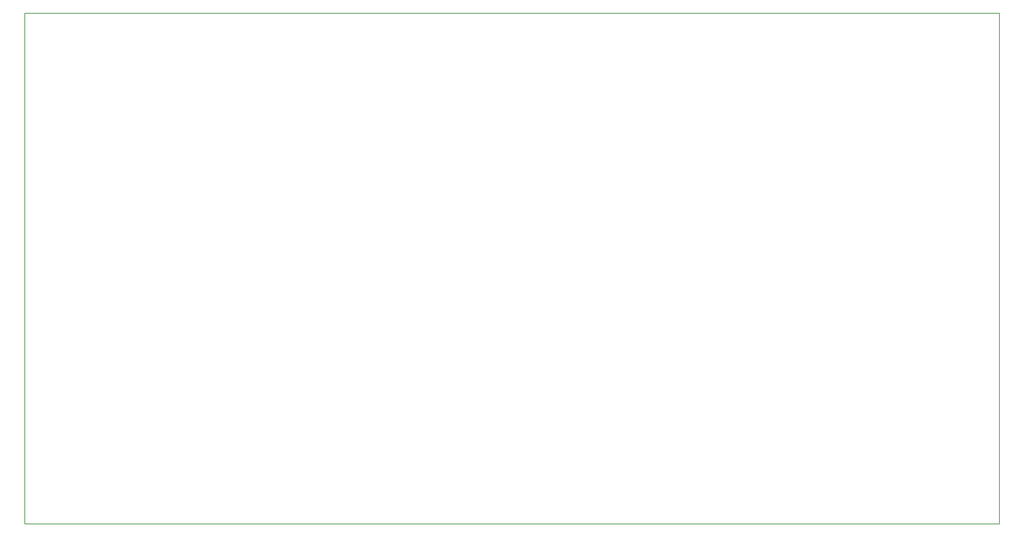
<source format=gko>
%FSLAX24Y24*%
%MOIN*%
G70*
G01*
G75*
G04 Layer_Color=16711935*
%ADD10R,0.1299X0.0787*%
%ADD11O,0.0217X0.0689*%
%ADD12O,0.0689X0.0217*%
%ADD13R,0.0354X0.0354*%
%ADD14C,0.0394*%
%ADD15R,0.2264X0.2559*%
%ADD16R,0.0492X0.1201*%
%ADD17O,0.0236X0.0866*%
%ADD18R,0.0335X0.0335*%
%ADD19R,0.0394X0.0394*%
%ADD20R,0.0630X0.1181*%
%ADD21R,0.0787X0.2362*%
%ADD22R,0.0630X0.0236*%
%ADD23R,0.0472X0.1378*%
%ADD24R,0.0866X0.0925*%
%ADD25R,0.0610X0.0925*%
%ADD26R,0.0335X0.0669*%
%ADD27R,0.2185X0.2559*%
%ADD28R,0.0236X0.0866*%
%ADD29C,0.0150*%
%ADD30C,0.0500*%
%ADD31C,0.0200*%
%ADD32C,0.0300*%
%ADD33C,0.0250*%
%ADD34C,0.0100*%
%ADD35C,0.0630*%
%ADD36C,0.0591*%
%ADD37C,0.0591*%
%ADD38R,0.0591X0.0591*%
%ADD39P,0.2706X8X22.5*%
%ADD40C,0.1161*%
%ADD41R,0.0591X0.0591*%
%ADD42C,0.0500*%
%ADD43C,0.0394*%
%ADD44C,0.0098*%
%ADD45C,0.0236*%
%ADD46C,0.0079*%
%ADD47R,0.1379X0.0867*%
%ADD48O,0.0297X0.0769*%
%ADD49O,0.0769X0.0297*%
%ADD50R,0.0434X0.0434*%
%ADD51C,0.1181*%
%ADD52R,0.2344X0.2639*%
%ADD53R,0.0572X0.1281*%
%ADD54O,0.0316X0.0946*%
%ADD55C,0.0984*%
%ADD56R,0.0415X0.0415*%
%ADD57R,0.0474X0.0474*%
%ADD58R,0.0710X0.1261*%
%ADD59R,0.0867X0.2442*%
%ADD60R,0.0710X0.0316*%
%ADD61R,0.0552X0.1458*%
%ADD62R,0.0946X0.1005*%
%ADD63R,0.0690X0.1005*%
%ADD64R,0.0415X0.0749*%
%ADD65R,0.2265X0.2639*%
%ADD66R,0.0316X0.0946*%
%ADD67C,0.0710*%
%ADD68C,0.0671*%
%ADD69C,0.0671*%
%ADD70R,0.0671X0.0671*%
%ADD71P,0.2793X8X22.5*%
%ADD72C,0.1241*%
%ADD73R,0.0671X0.0671*%
%ADD74C,0.0580*%
%ADD75C,0.1181*%
D34*
X178910Y7300D02*
Y78400D01*
X43400Y7300D02*
X178910D01*
X43400Y78400D02*
X178910D01*
X43400Y7300D02*
Y78400D01*
M02*

</source>
